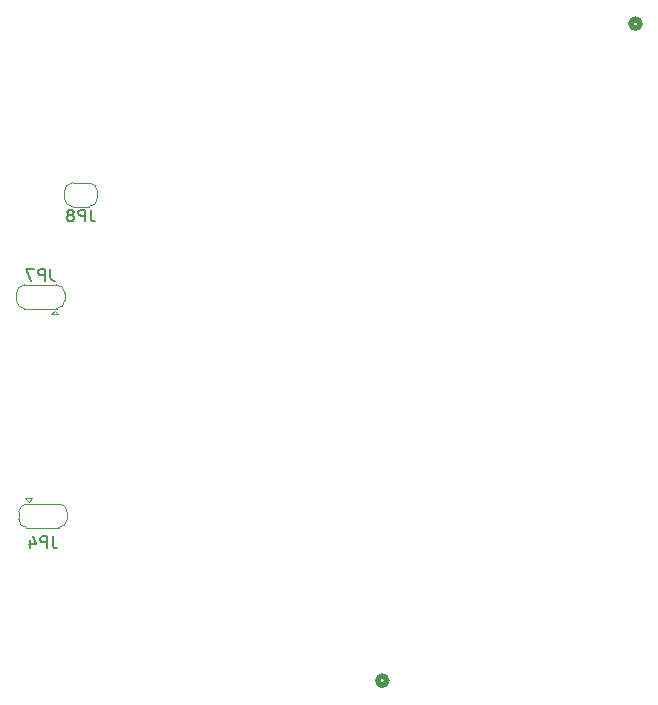
<source format=gbr>
%TF.GenerationSoftware,KiCad,Pcbnew,8.0.3*%
%TF.CreationDate,2024-11-15T02:09:21-08:00*%
%TF.ProjectId,Power_Management,506f7765-725f-44d6-916e-6167656d656e,rev?*%
%TF.SameCoordinates,Original*%
%TF.FileFunction,Legend,Bot*%
%TF.FilePolarity,Positive*%
%FSLAX46Y46*%
G04 Gerber Fmt 4.6, Leading zero omitted, Abs format (unit mm)*
G04 Created by KiCad (PCBNEW 8.0.3) date 2024-11-15 02:09:21*
%MOMM*%
%LPD*%
G01*
G04 APERTURE LIST*
%ADD10C,0.150000*%
%ADD11C,0.508000*%
%ADD12C,0.120000*%
G04 APERTURE END LIST*
D10*
X164805333Y-125460819D02*
X164805333Y-126175104D01*
X164805333Y-126175104D02*
X164852952Y-126317961D01*
X164852952Y-126317961D02*
X164948190Y-126413200D01*
X164948190Y-126413200D02*
X165091047Y-126460819D01*
X165091047Y-126460819D02*
X165186285Y-126460819D01*
X164329142Y-126460819D02*
X164329142Y-125460819D01*
X164329142Y-125460819D02*
X163948190Y-125460819D01*
X163948190Y-125460819D02*
X163852952Y-125508438D01*
X163852952Y-125508438D02*
X163805333Y-125556057D01*
X163805333Y-125556057D02*
X163757714Y-125651295D01*
X163757714Y-125651295D02*
X163757714Y-125794152D01*
X163757714Y-125794152D02*
X163805333Y-125889390D01*
X163805333Y-125889390D02*
X163852952Y-125937009D01*
X163852952Y-125937009D02*
X163948190Y-125984628D01*
X163948190Y-125984628D02*
X164329142Y-125984628D01*
X163186285Y-125889390D02*
X163281523Y-125841771D01*
X163281523Y-125841771D02*
X163329142Y-125794152D01*
X163329142Y-125794152D02*
X163376761Y-125698914D01*
X163376761Y-125698914D02*
X163376761Y-125651295D01*
X163376761Y-125651295D02*
X163329142Y-125556057D01*
X163329142Y-125556057D02*
X163281523Y-125508438D01*
X163281523Y-125508438D02*
X163186285Y-125460819D01*
X163186285Y-125460819D02*
X162995809Y-125460819D01*
X162995809Y-125460819D02*
X162900571Y-125508438D01*
X162900571Y-125508438D02*
X162852952Y-125556057D01*
X162852952Y-125556057D02*
X162805333Y-125651295D01*
X162805333Y-125651295D02*
X162805333Y-125698914D01*
X162805333Y-125698914D02*
X162852952Y-125794152D01*
X162852952Y-125794152D02*
X162900571Y-125841771D01*
X162900571Y-125841771D02*
X162995809Y-125889390D01*
X162995809Y-125889390D02*
X163186285Y-125889390D01*
X163186285Y-125889390D02*
X163281523Y-125937009D01*
X163281523Y-125937009D02*
X163329142Y-125984628D01*
X163329142Y-125984628D02*
X163376761Y-126079866D01*
X163376761Y-126079866D02*
X163376761Y-126270342D01*
X163376761Y-126270342D02*
X163329142Y-126365580D01*
X163329142Y-126365580D02*
X163281523Y-126413200D01*
X163281523Y-126413200D02*
X163186285Y-126460819D01*
X163186285Y-126460819D02*
X162995809Y-126460819D01*
X162995809Y-126460819D02*
X162900571Y-126413200D01*
X162900571Y-126413200D02*
X162852952Y-126365580D01*
X162852952Y-126365580D02*
X162805333Y-126270342D01*
X162805333Y-126270342D02*
X162805333Y-126079866D01*
X162805333Y-126079866D02*
X162852952Y-125984628D01*
X162852952Y-125984628D02*
X162900571Y-125937009D01*
X162900571Y-125937009D02*
X162995809Y-125889390D01*
X161585333Y-153124819D02*
X161585333Y-153839104D01*
X161585333Y-153839104D02*
X161632952Y-153981961D01*
X161632952Y-153981961D02*
X161728190Y-154077200D01*
X161728190Y-154077200D02*
X161871047Y-154124819D01*
X161871047Y-154124819D02*
X161966285Y-154124819D01*
X161109142Y-154124819D02*
X161109142Y-153124819D01*
X161109142Y-153124819D02*
X160728190Y-153124819D01*
X160728190Y-153124819D02*
X160632952Y-153172438D01*
X160632952Y-153172438D02*
X160585333Y-153220057D01*
X160585333Y-153220057D02*
X160537714Y-153315295D01*
X160537714Y-153315295D02*
X160537714Y-153458152D01*
X160537714Y-153458152D02*
X160585333Y-153553390D01*
X160585333Y-153553390D02*
X160632952Y-153601009D01*
X160632952Y-153601009D02*
X160728190Y-153648628D01*
X160728190Y-153648628D02*
X161109142Y-153648628D01*
X159680571Y-153458152D02*
X159680571Y-154124819D01*
X159918666Y-153077200D02*
X160156761Y-153791485D01*
X160156761Y-153791485D02*
X159537714Y-153791485D01*
X161391333Y-130496819D02*
X161391333Y-131211104D01*
X161391333Y-131211104D02*
X161438952Y-131353961D01*
X161438952Y-131353961D02*
X161534190Y-131449200D01*
X161534190Y-131449200D02*
X161677047Y-131496819D01*
X161677047Y-131496819D02*
X161772285Y-131496819D01*
X160915142Y-131496819D02*
X160915142Y-130496819D01*
X160915142Y-130496819D02*
X160534190Y-130496819D01*
X160534190Y-130496819D02*
X160438952Y-130544438D01*
X160438952Y-130544438D02*
X160391333Y-130592057D01*
X160391333Y-130592057D02*
X160343714Y-130687295D01*
X160343714Y-130687295D02*
X160343714Y-130830152D01*
X160343714Y-130830152D02*
X160391333Y-130925390D01*
X160391333Y-130925390D02*
X160438952Y-130973009D01*
X160438952Y-130973009D02*
X160534190Y-131020628D01*
X160534190Y-131020628D02*
X160915142Y-131020628D01*
X160010380Y-130496819D02*
X159343714Y-130496819D01*
X159343714Y-130496819D02*
X159772285Y-131496819D01*
D11*
%TO.C,J3*%
X189864999Y-165354000D02*
G75*
G02*
X189102999Y-165354000I-381000J0D01*
G01*
X189102999Y-165354000D02*
G75*
G02*
X189864999Y-165354000I381000J0D01*
G01*
%TO.C,J4*%
X211302201Y-109728000D02*
G75*
G02*
X210540201Y-109728000I-381000J0D01*
G01*
X210540201Y-109728000D02*
G75*
G02*
X211302201Y-109728000I381000J0D01*
G01*
D12*
%TO.C,JP8*%
X162572000Y-124506000D02*
X162572000Y-123906000D01*
X163272000Y-123206000D02*
X164672000Y-123206000D01*
X164672000Y-125206000D02*
X163272000Y-125206000D01*
X165372000Y-123906000D02*
X165372000Y-124506000D01*
X162572000Y-123906000D02*
G75*
G02*
X163272000Y-123206000I699999J1D01*
G01*
X163272000Y-125206000D02*
G75*
G02*
X162572000Y-124506000I-1J699999D01*
G01*
X164672000Y-123206000D02*
G75*
G02*
X165372000Y-123906000I0J-700000D01*
G01*
X165372000Y-124506000D02*
G75*
G02*
X164672000Y-125206000I-700000J0D01*
G01*
%TO.C,JP4*%
X158702000Y-151684000D02*
X158702000Y-151084000D01*
X159252000Y-149884000D02*
X159552000Y-150184000D01*
X159352000Y-150384000D02*
X162152000Y-150384000D01*
X159852000Y-149884000D02*
X159252000Y-149884000D01*
X159852000Y-149884000D02*
X159552000Y-150184000D01*
X162152000Y-152384000D02*
X159352000Y-152384000D01*
X162802000Y-151084000D02*
X162802000Y-151684000D01*
X158702000Y-151084000D02*
G75*
G02*
X159402000Y-150384000I699999J1D01*
G01*
X159402000Y-152384000D02*
G75*
G02*
X158702000Y-151684000I-1J699999D01*
G01*
X162102000Y-150384000D02*
G75*
G02*
X162802000Y-151084000I0J-700000D01*
G01*
X162802000Y-151684000D02*
G75*
G02*
X162102000Y-152384000I-700000J0D01*
G01*
%TO.C,JP7*%
X158508000Y-133142000D02*
X158508000Y-132542000D01*
X159158000Y-131842000D02*
X161958000Y-131842000D01*
X161458000Y-134342000D02*
X161758000Y-134042000D01*
X161458000Y-134342000D02*
X162058000Y-134342000D01*
X161958000Y-133842000D02*
X159158000Y-133842000D01*
X162058000Y-134342000D02*
X161758000Y-134042000D01*
X162608000Y-132542000D02*
X162608000Y-133142000D01*
X158508000Y-132542000D02*
G75*
G02*
X159208000Y-131842000I700000J0D01*
G01*
X159208000Y-133842000D02*
G75*
G02*
X158508000Y-133142000I0J700000D01*
G01*
X161908000Y-131842000D02*
G75*
G02*
X162608000Y-132542000I1J-699999D01*
G01*
X162608000Y-133142000D02*
G75*
G02*
X161908000Y-133842000I-699999J-1D01*
G01*
%TD*%
M02*

</source>
